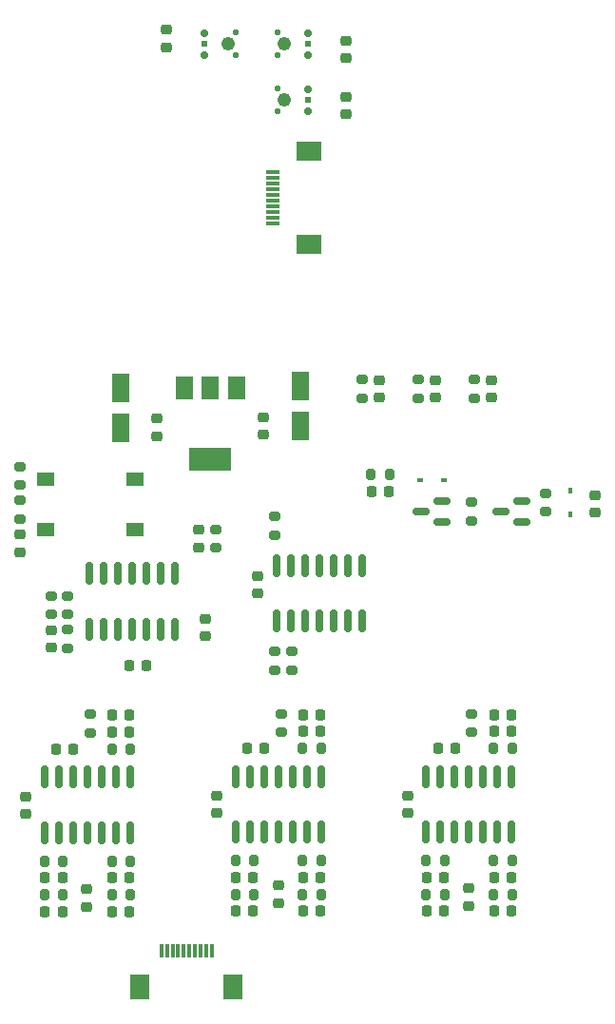
<source format=gbr>
%TF.GenerationSoftware,KiCad,Pcbnew,(6.0.8)*%
%TF.CreationDate,2022-11-02T21:14:56+01:00*%
%TF.ProjectId,inzynierka,696e7a79-6e69-4657-926b-612e6b696361,rev?*%
%TF.SameCoordinates,Original*%
%TF.FileFunction,Paste,Top*%
%TF.FilePolarity,Positive*%
%FSLAX46Y46*%
G04 Gerber Fmt 4.6, Leading zero omitted, Abs format (unit mm)*
G04 Created by KiCad (PCBNEW (6.0.8)) date 2022-11-02 21:14:56*
%MOMM*%
%LPD*%
G01*
G04 APERTURE LIST*
G04 Aperture macros list*
%AMRoundRect*
0 Rectangle with rounded corners*
0 $1 Rounding radius*
0 $2 $3 $4 $5 $6 $7 $8 $9 X,Y pos of 4 corners*
0 Add a 4 corners polygon primitive as box body*
4,1,4,$2,$3,$4,$5,$6,$7,$8,$9,$2,$3,0*
0 Add four circle primitives for the rounded corners*
1,1,$1+$1,$2,$3*
1,1,$1+$1,$4,$5*
1,1,$1+$1,$6,$7*
1,1,$1+$1,$8,$9*
0 Add four rect primitives between the rounded corners*
20,1,$1+$1,$2,$3,$4,$5,0*
20,1,$1+$1,$4,$5,$6,$7,0*
20,1,$1+$1,$6,$7,$8,$9,0*
20,1,$1+$1,$8,$9,$2,$3,0*%
G04 Aperture macros list end*
%ADD10RoundRect,0.225000X0.225000X0.250000X-0.225000X0.250000X-0.225000X-0.250000X0.225000X-0.250000X0*%
%ADD11RoundRect,0.200000X-0.275000X0.200000X-0.275000X-0.200000X0.275000X-0.200000X0.275000X0.200000X0*%
%ADD12RoundRect,0.200000X-0.200000X-0.275000X0.200000X-0.275000X0.200000X0.275000X-0.200000X0.275000X0*%
%ADD13RoundRect,0.150000X0.587500X0.150000X-0.587500X0.150000X-0.587500X-0.150000X0.587500X-0.150000X0*%
%ADD14RoundRect,0.218750X-0.256250X0.218750X-0.256250X-0.218750X0.256250X-0.218750X0.256250X0.218750X0*%
%ADD15RoundRect,0.225000X-0.225000X-0.250000X0.225000X-0.250000X0.225000X0.250000X-0.225000X0.250000X0*%
%ADD16RoundRect,0.250000X0.550000X-1.050000X0.550000X1.050000X-0.550000X1.050000X-0.550000X-1.050000X0*%
%ADD17RoundRect,0.225000X0.250000X-0.225000X0.250000X0.225000X-0.250000X0.225000X-0.250000X-0.225000X0*%
%ADD18R,1.550000X1.300000*%
%ADD19R,1.500000X2.000000*%
%ADD20R,3.800000X2.000000*%
%ADD21RoundRect,0.200000X0.275000X-0.200000X0.275000X0.200000X-0.275000X0.200000X-0.275000X-0.200000X0*%
%ADD22RoundRect,0.225000X-0.250000X0.225000X-0.250000X-0.225000X0.250000X-0.225000X0.250000X0.225000X0*%
%ADD23C,0.723000*%
%ADD24C,0.562000*%
%ADD25C,0.612000*%
%ADD26C,1.224000*%
%ADD27RoundRect,0.200000X0.200000X0.275000X-0.200000X0.275000X-0.200000X-0.275000X0.200000X-0.275000X0*%
%ADD28RoundRect,0.218750X0.218750X0.256250X-0.218750X0.256250X-0.218750X-0.256250X0.218750X-0.256250X0*%
%ADD29RoundRect,0.150000X0.150000X-0.825000X0.150000X0.825000X-0.150000X0.825000X-0.150000X-0.825000X0*%
%ADD30R,0.600000X0.450000*%
%ADD31R,0.300000X1.300000*%
%ADD32R,1.800000X2.200000*%
%ADD33R,0.450000X0.600000*%
%ADD34R,1.300000X0.300000*%
%ADD35R,2.200000X1.800000*%
G04 APERTURE END LIST*
D10*
%TO.C,C310*%
X103025000Y-114700000D03*
X101475000Y-114700000D03*
%TD*%
%TO.C,C203*%
X85025000Y-129250000D03*
X83475000Y-129250000D03*
%TD*%
D11*
%TO.C,R501*%
X121494000Y-92791000D03*
X121494000Y-94441000D03*
%TD*%
D12*
%TO.C,R306*%
X106425000Y-114700000D03*
X108075000Y-114700000D03*
%TD*%
D13*
%TO.C,Q501*%
X118875500Y-94566000D03*
X118875500Y-92666000D03*
X117000500Y-93616000D03*
%TD*%
D12*
%TO.C,R503*%
X112527333Y-90316106D03*
X114177333Y-90316106D03*
%TD*%
D14*
%TO.C,D102*%
X118252333Y-81912500D03*
X118252333Y-83487500D03*
%TD*%
D15*
%TO.C,C409*%
X123475000Y-113200000D03*
X125025000Y-113200000D03*
%TD*%
D16*
%TO.C,C104*%
X106209500Y-86033000D03*
X106209500Y-82433000D03*
%TD*%
D11*
%TO.C,R205*%
X87500000Y-111675000D03*
X87500000Y-113325000D03*
%TD*%
D17*
%TO.C,C402*%
X115750000Y-120475000D03*
X115750000Y-118925000D03*
%TD*%
D16*
%TO.C,C101*%
X90209500Y-86170500D03*
X90209500Y-82570500D03*
%TD*%
D18*
%TO.C,SW101*%
X91475000Y-90700000D03*
X83525000Y-90700000D03*
X83525000Y-95200000D03*
X91475000Y-95200000D03*
%TD*%
D19*
%TO.C,U101*%
X100509500Y-82633000D03*
D20*
X98209500Y-88933000D03*
D19*
X98209500Y-82633000D03*
X95909500Y-82633000D03*
%TD*%
D15*
%TO.C,C209*%
X89475000Y-113250000D03*
X91025000Y-113250000D03*
%TD*%
D21*
%TO.C,R502*%
X128052333Y-93641106D03*
X128052333Y-91991106D03*
%TD*%
D12*
%TO.C,R302*%
X100425000Y-124700000D03*
X102075000Y-124700000D03*
%TD*%
D17*
%TO.C,C102*%
X93459500Y-86895500D03*
X93459500Y-85345500D03*
%TD*%
%TO.C,C204*%
X87152333Y-128791106D03*
X87152333Y-127241106D03*
%TD*%
D22*
%TO.C,C112*%
X81250000Y-95675000D03*
X81250000Y-97225000D03*
%TD*%
D23*
%TO.C,U201*%
X106895000Y-51014106D03*
D24*
X104158000Y-50965106D03*
X104158000Y-52995106D03*
D23*
X106895000Y-52946106D03*
D25*
X106895000Y-51980106D03*
D26*
X104792000Y-51980106D03*
%TD*%
D15*
%TO.C,C205*%
X83475000Y-126250000D03*
X85025000Y-126250000D03*
%TD*%
%TO.C,C207*%
X89475000Y-126250000D03*
X91025000Y-126250000D03*
%TD*%
D21*
%TO.C,R110*%
X121752333Y-83525000D03*
X121752333Y-81875000D03*
%TD*%
%TO.C,R111*%
X81250000Y-94275000D03*
X81250000Y-92625000D03*
%TD*%
D11*
%TO.C,R106*%
X85500000Y-104125000D03*
X85500000Y-105775000D03*
%TD*%
D15*
%TO.C,C305*%
X100475000Y-126200000D03*
X102025000Y-126200000D03*
%TD*%
D21*
%TO.C,R102*%
X103936000Y-107715000D03*
X103936000Y-106065000D03*
%TD*%
D27*
%TO.C,R203*%
X91075000Y-127750000D03*
X89425000Y-127750000D03*
%TD*%
D15*
%TO.C,C107*%
X90945000Y-107330000D03*
X92495000Y-107330000D03*
%TD*%
D12*
%TO.C,R202*%
X83425000Y-124750000D03*
X85075000Y-124750000D03*
%TD*%
D17*
%TO.C,C202*%
X81750000Y-120525000D03*
X81750000Y-118975000D03*
%TD*%
D14*
%TO.C,D101*%
X113250000Y-81912500D03*
X113250000Y-83487500D03*
%TD*%
D28*
%TO.C,D502*%
X114139833Y-91816106D03*
X112564833Y-91816106D03*
%TD*%
D10*
%TO.C,C408*%
X125025000Y-111700000D03*
X123475000Y-111700000D03*
%TD*%
D15*
%TO.C,C405*%
X117475000Y-126200000D03*
X119025000Y-126200000D03*
%TD*%
%TO.C,C309*%
X106475000Y-113200000D03*
X108025000Y-113200000D03*
%TD*%
D23*
%TO.C,U401*%
X106895000Y-56014106D03*
D24*
X104158000Y-55965106D03*
X104158000Y-57995106D03*
D23*
X106895000Y-57946106D03*
D25*
X106895000Y-56980106D03*
D26*
X104792000Y-56980106D03*
%TD*%
D21*
%TO.C,R104*%
X84000000Y-102775000D03*
X84000000Y-101125000D03*
%TD*%
D11*
%TO.C,R105*%
X85500000Y-101125000D03*
X85500000Y-102775000D03*
%TD*%
D17*
%TO.C,C401*%
X110292000Y-58255106D03*
X110292000Y-56705106D03*
%TD*%
D12*
%TO.C,R204*%
X89425000Y-124750000D03*
X91075000Y-124750000D03*
%TD*%
D29*
%TO.C,U402*%
X117440000Y-122175000D03*
X118710000Y-122175000D03*
X119980000Y-122175000D03*
X121250000Y-122175000D03*
X122520000Y-122175000D03*
X123790000Y-122175000D03*
X125060000Y-122175000D03*
X125060000Y-117225000D03*
X123790000Y-117225000D03*
X122520000Y-117225000D03*
X121250000Y-117225000D03*
X119980000Y-117225000D03*
X118710000Y-117225000D03*
X117440000Y-117225000D03*
%TD*%
D22*
%TO.C,C301*%
X94292000Y-50705106D03*
X94292000Y-52255106D03*
%TD*%
D17*
%TO.C,C304*%
X104250000Y-128475000D03*
X104250000Y-126925000D03*
%TD*%
D29*
%TO.C,U102*%
X87410000Y-104095000D03*
X88680000Y-104095000D03*
X89950000Y-104095000D03*
X91220000Y-104095000D03*
X92490000Y-104095000D03*
X93760000Y-104095000D03*
X95030000Y-104095000D03*
X95030000Y-99145000D03*
X93760000Y-99145000D03*
X92490000Y-99145000D03*
X91220000Y-99145000D03*
X89950000Y-99145000D03*
X88680000Y-99145000D03*
X87410000Y-99145000D03*
%TD*%
D15*
%TO.C,C406*%
X123475000Y-129200000D03*
X125025000Y-129200000D03*
%TD*%
D27*
%TO.C,R401*%
X119075000Y-127700000D03*
X117425000Y-127700000D03*
%TD*%
D11*
%TO.C,R103*%
X103936000Y-94065000D03*
X103936000Y-95715000D03*
%TD*%
D21*
%TO.C,R107*%
X111750000Y-83525000D03*
X111750000Y-81875000D03*
%TD*%
D13*
%TO.C,Q502*%
X125987500Y-94566000D03*
X125987500Y-92666000D03*
X124112500Y-93616000D03*
%TD*%
D17*
%TO.C,C201*%
X110292000Y-53255106D03*
X110292000Y-51705106D03*
%TD*%
%TO.C,C404*%
X121250000Y-128725000D03*
X121250000Y-127175000D03*
%TD*%
D11*
%TO.C,R405*%
X121500000Y-111625000D03*
X121500000Y-113275000D03*
%TD*%
D17*
%TO.C,C103*%
X102959500Y-86758000D03*
X102959500Y-85208000D03*
%TD*%
D10*
%TO.C,C410*%
X120025000Y-114700000D03*
X118475000Y-114700000D03*
%TD*%
%TO.C,C308*%
X108025000Y-111700000D03*
X106475000Y-111700000D03*
%TD*%
D15*
%TO.C,C307*%
X106475000Y-126200000D03*
X108025000Y-126200000D03*
%TD*%
D29*
%TO.C,U302*%
X100440000Y-122175000D03*
X101710000Y-122175000D03*
X102980000Y-122175000D03*
X104250000Y-122175000D03*
X105520000Y-122175000D03*
X106790000Y-122175000D03*
X108060000Y-122175000D03*
X108060000Y-117225000D03*
X106790000Y-117225000D03*
X105520000Y-117225000D03*
X104250000Y-117225000D03*
X102980000Y-117225000D03*
X101710000Y-117225000D03*
X100440000Y-117225000D03*
%TD*%
D27*
%TO.C,R403*%
X125075000Y-127700000D03*
X123425000Y-127700000D03*
%TD*%
D10*
%TO.C,C210*%
X86025000Y-114750000D03*
X84475000Y-114750000D03*
%TD*%
D17*
%TO.C,C302*%
X98750000Y-120475000D03*
X98750000Y-118925000D03*
%TD*%
D29*
%TO.C,U103*%
X104126000Y-103365000D03*
X105396000Y-103365000D03*
X106666000Y-103365000D03*
X107936000Y-103365000D03*
X109206000Y-103365000D03*
X110476000Y-103365000D03*
X111746000Y-103365000D03*
X111746000Y-98415000D03*
X110476000Y-98415000D03*
X109206000Y-98415000D03*
X107936000Y-98415000D03*
X106666000Y-98415000D03*
X105396000Y-98415000D03*
X104126000Y-98415000D03*
%TD*%
D27*
%TO.C,R301*%
X102075000Y-127700000D03*
X100425000Y-127700000D03*
%TD*%
D15*
%TO.C,C306*%
X106475000Y-129200000D03*
X108025000Y-129200000D03*
%TD*%
D21*
%TO.C,R108*%
X116752333Y-83525000D03*
X116752333Y-81875000D03*
%TD*%
D15*
%TO.C,C407*%
X123475000Y-126200000D03*
X125025000Y-126200000D03*
%TD*%
%TO.C,C206*%
X89475000Y-129250000D03*
X91025000Y-129250000D03*
%TD*%
D30*
%TO.C,D501*%
X116888000Y-90822000D03*
X118988000Y-90822000D03*
%TD*%
D12*
%TO.C,R402*%
X117425000Y-124700000D03*
X119075000Y-124700000D03*
%TD*%
D14*
%TO.C,D103*%
X97152333Y-95253606D03*
X97152333Y-96828606D03*
%TD*%
D12*
%TO.C,R406*%
X123425000Y-114700000D03*
X125075000Y-114700000D03*
%TD*%
D14*
%TO.C,D104*%
X123252333Y-81912500D03*
X123252333Y-83487500D03*
%TD*%
D11*
%TO.C,R305*%
X104500000Y-111625000D03*
X104500000Y-113275000D03*
%TD*%
D15*
%TO.C,C403*%
X117475000Y-129200000D03*
X119025000Y-129200000D03*
%TD*%
D21*
%TO.C,R109*%
X98652333Y-96866106D03*
X98652333Y-95216106D03*
%TD*%
D12*
%TO.C,R206*%
X89425000Y-114750000D03*
X91075000Y-114750000D03*
%TD*%
%TO.C,R404*%
X123425000Y-124700000D03*
X125075000Y-124700000D03*
%TD*%
D17*
%TO.C,C501*%
X132500000Y-93691106D03*
X132500000Y-92141106D03*
%TD*%
D27*
%TO.C,R303*%
X108075000Y-127700000D03*
X106425000Y-127700000D03*
%TD*%
D31*
%TO.C,J106*%
X93844000Y-132726000D03*
X94344000Y-132726000D03*
X94844000Y-132726000D03*
X95344000Y-132726000D03*
X95844000Y-132726000D03*
X96344000Y-132726000D03*
X96844000Y-132726000D03*
X97344000Y-132726000D03*
X97844000Y-132726000D03*
X98344000Y-132726000D03*
D32*
X100244000Y-135976000D03*
X91944000Y-135976000D03*
%TD*%
D33*
%TO.C,D503*%
X130252333Y-91766106D03*
X130252333Y-93866106D03*
%TD*%
D12*
%TO.C,R304*%
X106425000Y-124700000D03*
X108075000Y-124700000D03*
%TD*%
D11*
%TO.C,R112*%
X81250000Y-89625000D03*
X81250000Y-91275000D03*
%TD*%
D22*
%TO.C,C105*%
X97750000Y-103175000D03*
X97750000Y-104725000D03*
%TD*%
D21*
%TO.C,R101*%
X105436000Y-107715000D03*
X105436000Y-106065000D03*
%TD*%
D29*
%TO.C,U202*%
X83440000Y-122225000D03*
X84710000Y-122225000D03*
X85980000Y-122225000D03*
X87250000Y-122225000D03*
X88520000Y-122225000D03*
X89790000Y-122225000D03*
X91060000Y-122225000D03*
X91060000Y-117275000D03*
X89790000Y-117275000D03*
X88520000Y-117275000D03*
X87250000Y-117275000D03*
X85980000Y-117275000D03*
X84710000Y-117275000D03*
X83440000Y-117275000D03*
%TD*%
D34*
%TO.C,J105*%
X103732249Y-67917857D03*
X103732249Y-67417857D03*
X103732249Y-66917857D03*
X103732249Y-66417857D03*
X103732249Y-65917857D03*
X103732249Y-65417857D03*
X103732249Y-64917857D03*
X103732249Y-64417857D03*
X103732249Y-63917857D03*
X103732249Y-63417857D03*
D35*
X106982249Y-61517857D03*
X106982249Y-69817857D03*
%TD*%
D17*
%TO.C,C106*%
X102436000Y-100915000D03*
X102436000Y-99365000D03*
%TD*%
D23*
%TO.C,U301*%
X97689000Y-52946106D03*
D24*
X100426000Y-52995106D03*
X100426000Y-50965106D03*
D23*
X97689000Y-51014106D03*
D25*
X97689000Y-51980106D03*
D26*
X99792000Y-51980106D03*
%TD*%
D27*
%TO.C,R201*%
X85075000Y-127750000D03*
X83425000Y-127750000D03*
%TD*%
D22*
%TO.C,C108*%
X84000000Y-104175000D03*
X84000000Y-105725000D03*
%TD*%
D10*
%TO.C,C208*%
X91025000Y-111750000D03*
X89475000Y-111750000D03*
%TD*%
D15*
%TO.C,C303*%
X100475000Y-129200000D03*
X102025000Y-129200000D03*
%TD*%
M02*

</source>
